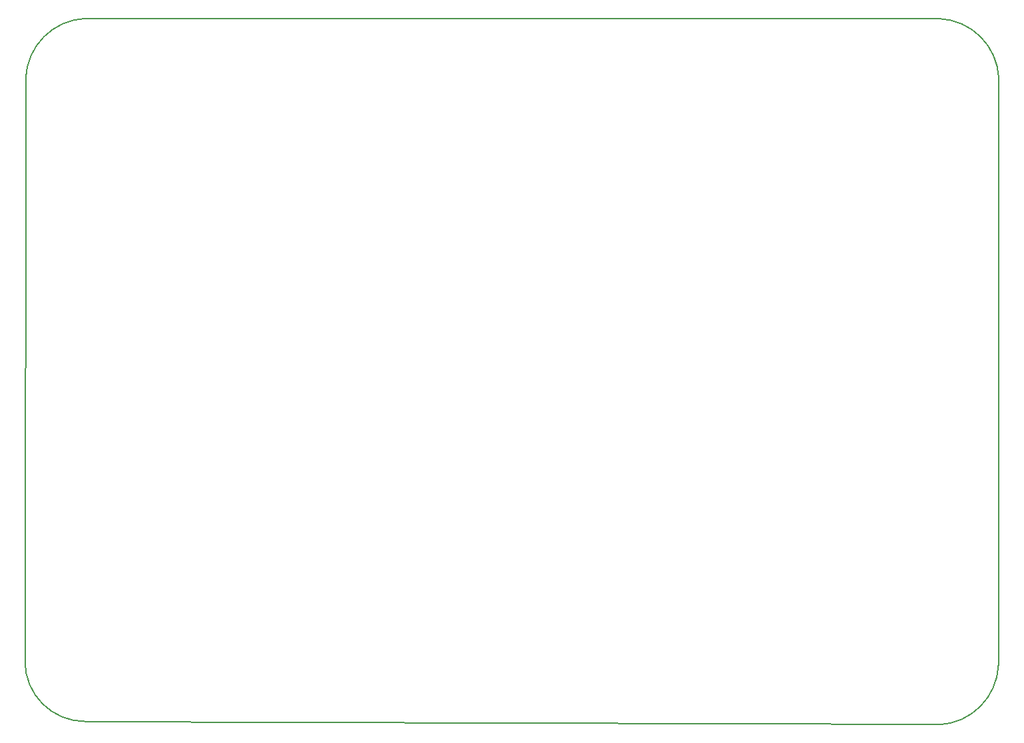
<source format=gm1>
%TF.GenerationSoftware,KiCad,Pcbnew,(6.0.4)*%
%TF.CreationDate,2022-05-21T01:49:08+02:00*%
%TF.ProjectId,battoota,62617474-6f6f-4746-912e-6b696361645f,v1.0.0*%
%TF.SameCoordinates,Original*%
%TF.FileFunction,Profile,NP*%
%FSLAX46Y46*%
G04 Gerber Fmt 4.6, Leading zero omitted, Abs format (unit mm)*
G04 Created by KiCad (PCBNEW (6.0.4)) date 2022-05-21 01:49:08*
%MOMM*%
%LPD*%
G01*
G04 APERTURE LIST*
%TA.AperFunction,Profile*%
%ADD10C,0.150000*%
%TD*%
G04 APERTURE END LIST*
D10*
X157373271Y123349983D02*
X48779334Y123364810D01*
X157334792Y33389317D02*
G75*
G03*
X164948263Y41009332I-329492J7942683D01*
G01*
X41165862Y115744810D02*
X41071041Y41428254D01*
X41071044Y41428254D02*
G75*
G03*
X48691041Y33808254I7649806J29806D01*
G01*
X164948263Y41009332D02*
X164993271Y115736511D01*
X157334791Y33389332D02*
X48691041Y33808254D01*
X164993302Y115736512D02*
G75*
G03*
X157373271Y123349983I-7942702J-329512D01*
G01*
X48779334Y123364808D02*
G75*
G03*
X41165862Y115744810I329506J-7942698D01*
G01*
M02*

</source>
